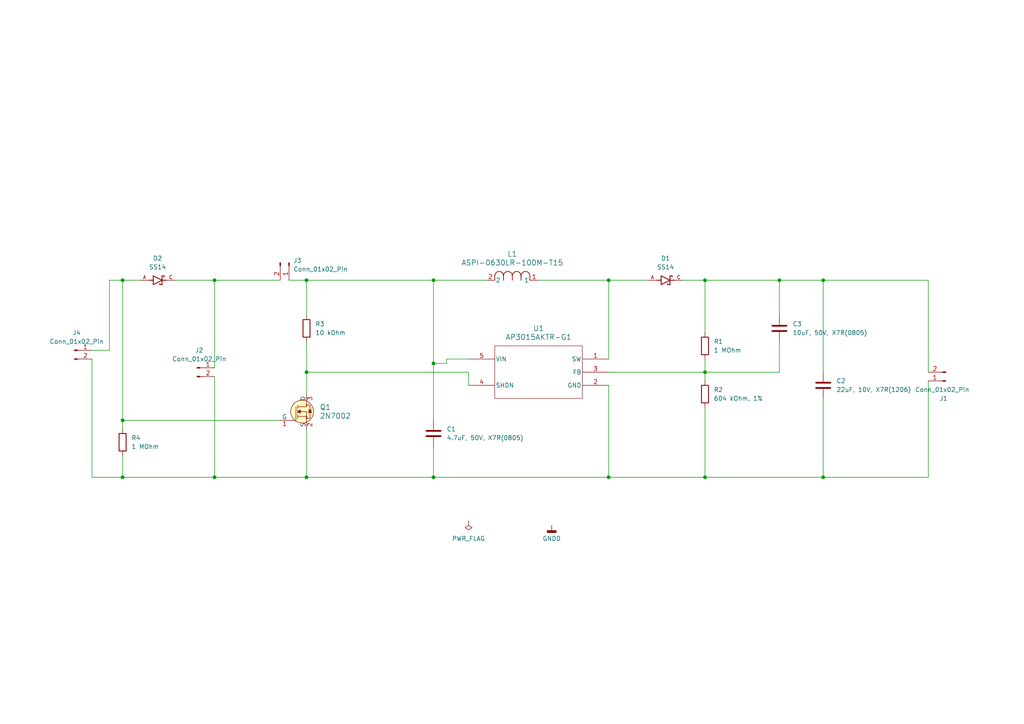
<source format=kicad_sch>
(kicad_sch (version 20250114) (generator "eeschema") (generator_version "9.0")
  (paper "A4")
  (title_block (title "Solar Power Supply") (date "2025-12-07") (rev "1") (comment 1 "Designed by Clemens Valens for Elektor") (comment 2 "https://www.elektormagazine.com/magazine/elektor-305/62009"))
  (lib_symbols
    (symbol "AP3015AKTR-G1:AP3015AKTR-G1" (pin_names (offset 0.254))
      (property "Reference" "U" (at 20.32 10.16 0))
      (property "Value" "AP3015AKTR-G1" (at 20.32 7.62 0))
      (symbol "AP3015AKTR-G1_0_1"
        (polyline (pts (xy 7.62 5.08) (xy 7.62 -10.16)) (stroke (width 0.127)))
        (polyline (pts (xy 7.62 -10.16) (xy 33.02 -10.16)) (stroke (width 0.127)))
        (polyline (pts (xy 33.02 5.08) (xy 7.62 5.08)) (stroke (width 0.127)))
        (polyline (pts (xy 33.02 -10.16) (xy 33.02 5.08)) (stroke (width 0.127)))
        (pin unspecified line (at 0 1.27 0) (length 7.62) (name "VIN") (number "5"))
        (pin unspecified line (at 0 -6.35 0) (length 7.62) (name "SHDN") (number "4"))
        (pin unspecified line (at 40.64 1.27 180) (length 7.62) (name "SW") (number "1"))
        (pin unspecified line (at 40.64 -2.54 180) (length 7.62) (name "FB") (number "3"))
        (pin power_out line (at 40.64 -6.35 180) (length 7.62) (name "GND") (number "2"))
      )
    )
    (symbol "Connector:Conn_01x02_Pin" (pin_names (offset 1.016) (hide yes))
      (property "Reference" "J" (at 0 2.54 0))
      (property "Value" "Conn_01x02_Pin" (at 0 -5.08 0))
      (symbol "Conn_01x02_Pin_1_1"
        (rectangle (start 0.8636 0.127) (end 0 -0.127) (stroke (width 0.1524)) (fill (type outline)))
        (rectangle (start 0.8636 -2.413) (end 0 -2.667) (stroke (width 0.1524)) (fill (type outline)))
        (polyline (pts (xy 1.27 0) (xy 0.8636 0)) (stroke (width 0.1524)))
        (polyline (pts (xy 1.27 -2.54) (xy 0.8636 -2.54)) (stroke (width 0.1524)))
        (pin passive line (at 5.08 0 180) (length 3.81) (name "Pin_1") (number "1"))
        (pin passive line (at 5.08 -2.54 180) (length 3.81) (name "Pin_2") (number "2"))
      )
    )
    (symbol "Device:C" (pin_numbers (hide yes)) (pin_names (offset 0.254))
      (property "Reference" "C" (at 0.635 2.54 0))
      (property "Value" "C" (at 0.635 -2.54 0))
      (symbol "C_0_1"
        (polyline (pts (xy -2.032 0.762) (xy 2.032 0.762)) (stroke (width 0.508)))
        (polyline (pts (xy -2.032 -0.762) (xy 2.032 -0.762)) (stroke (width 0.508)))
      )
      (symbol "C_1_1"
        (pin passive line (at 0 3.81 270) (length 2.794) (name "~") (number "1"))
        (pin passive line (at 0 -3.81 90) (length 2.794) (name "~") (number "2"))
      )
    )
    (symbol "Device:R" (pin_numbers (hide yes)) (pin_names (offset 0))
      (property "Reference" "R" (at 2.032 0 90))
      (property "Value" "R" (at 0 0 90))
      (symbol "R_0_1"
        (rectangle (start -1.016 -2.54) (end 1.016 2.54) (stroke (width 0.254)))
      )
      (symbol "R_1_1"
        (pin passive line (at 0 3.81 270) (length 1.27) (name "~") (number "1"))
        (pin passive line (at 0 -3.81 90) (length 1.27) (name "~") (number "2"))
      )
    )
    (symbol "SS14:SS14" (pin_names (offset 1.016))
      (property "Reference" "D" (at -5.08 2.54 0))
      (property "Value" "SS14" (at -5.08 -3.81 0))
      (symbol "SS14_0_0"
        (polyline (pts (xy -2.54 0) (xy -1.27 0)) (stroke (width 0.254)))
        (polyline (pts (xy -1.27 1.27) (xy -1.27 0)) (stroke (width 0.254)))
        (polyline (pts (xy -1.27 0) (xy -1.27 -1.27)) (stroke (width 0.254)))
        (polyline (pts (xy -1.27 -1.27) (xy 1.27 0)) (stroke (width 0.254)))
        (polyline (pts (xy 0.635 -1.016) (xy 0.635 -1.27)) (stroke (width 0.254)))
        (polyline (pts (xy 1.27 1.27) (xy 1.27 0)) (stroke (width 0.254)))
        (polyline (pts (xy 1.27 0) (xy -1.27 1.27)) (stroke (width 0.254)))
        (polyline (pts (xy 1.27 0) (xy 1.27 -1.27)) (stroke (width 0.254)))
        (polyline (pts (xy 1.27 -1.27) (xy 0.635 -1.27)) (stroke (width 0.254)))
        (polyline (pts (xy 1.905 1.27) (xy 1.27 1.27)) (stroke (width 0.254)))
        (polyline (pts (xy 1.905 1.27) (xy 1.905 1.016)) (stroke (width 0.254)))
        (polyline (pts (xy 2.54 0) (xy 1.27 0)) (stroke (width 0.254)))
        (pin passive line (at -5.08 0 0) (length 2.54) (name "~") (number "A"))
        (pin passive line (at 5.08 0 180) (length 2.54) (name "~") (number "C"))
      )
    )
    (symbol "Schottky IND_ASPI-0630LR_ABR:ASPI-0630LR-100M-T15" (pin_names (offset 0.254))
      (property "Reference" "L" (at 6.985 5.08 0))
      (property "Value" "ASPI-0630LR-100M-T15" (at 6.985 -2.54 0))
      (symbol "ASPI-0630LR-100M-T15_1_1"
        (polyline (pts (xy 2.54 0) (xy 2.54 1.27)) (stroke (width 0.2032)))
        (arc (start 2.54 1.27) (mid 3.81 2.5344) (end 5.08 1.27) (stroke (width 0.2032)))
        (polyline (pts (xy 5.08 0) (xy 5.08 1.27)) (stroke (width 0.2032)))
        (arc (start 5.08 1.27) (mid 6.35 2.5344) (end 7.62 1.27) (stroke (width 0.2032)))
        (polyline (pts (xy 7.62 0) (xy 7.62 1.27)) (stroke (width 0.2032)))
        (arc (start 7.62 1.27) (mid 8.89 2.5344) (end 10.16 1.27) (stroke (width 0.2032)))
        (polyline (pts (xy 10.16 0) (xy 10.16 1.27)) (stroke (width 0.2032)))
        (arc (start 10.16 1.27) (mid 11.43 2.5344) (end 12.7 1.27) (stroke (width 0.2032)))
        (polyline (pts (xy 12.7 0) (xy 12.7 1.27)) (stroke (width 0.2032)))
        (pin unspecified line (at 0 0 0) (length 2.54) (name "2") (number "2"))
        (pin unspecified line (at 15.24 0 180) (length 2.54) (name "1") (number "1"))
      )
      (symbol "ASPI-0630LR-100M-T15_1_2"
        (arc (start -1.27 10.16) (mid -2.5344 11.43) (end -1.27 12.7) (stroke (width 0.2032)))
        (arc (start -1.27 7.62) (mid -2.5344 8.89) (end -1.27 10.16) (stroke (width 0.2032)))
        (arc (start -1.27 5.08) (mid -2.5344 6.35) (end -1.27 7.62) (stroke (width 0.2032)))
        (arc (start -1.27 2.54) (mid -2.5344 3.81) (end -1.27 5.08) (stroke (width 0.2032)))
        (polyline (pts (xy 0 12.7) (xy -1.27 12.7)) (stroke (width 0.2032)))
        (polyline (pts (xy 0 10.16) (xy -1.27 10.16)) (stroke (width 0.2032)))
        (polyline (pts (xy 0 7.62) (xy -1.27 7.62)) (stroke (width 0.2032)))
        (polyline (pts (xy 0 5.08) (xy -1.27 5.08)) (stroke (width 0.2032)))
        (polyline (pts (xy 0 2.54) (xy -1.27 2.54)) (stroke (width 0.2032)))
        (pin unspecified line (at 0 15.24 270) (length 2.54) (name "1") (number "1"))
        (pin unspecified line (at 0 0 90) (length 2.54) (name "2") (number "2"))
      )
    )
    (symbol "dk_Transistors-FETs-MOSFETs-Single:2N7002" (pin_names (offset 0))
      (property "Reference" "Q" (at -2.6924 3.6322 0))
      (property "Value" "2N7002" (at 3.4544 0 90))
      (symbol "2N7002_0_1"
        (polyline (pts (xy -5.08 -2.54) (xy -3.048 -2.54) (xy -3.048 1.397)))
        (circle (center -1.27 0) (radius 3.302) (fill (type background)))
        (polyline (pts (xy -0.127 -1.905) (xy 1.016 -1.905) (xy 1.016 1.397) (xy 1.016 1.905) (xy -0.127 1.905)))
        (polyline (pts (xy 0 2.54) (xy 0 1.397) (xy -2.54 1.397)))
        (circle (center 0 1.905) (radius 0.127))
        (polyline (pts (xy 0 -1.397) (xy -2.54 -1.397)))
        (circle (center 0 -1.397) (radius 0.127))
        (circle (center 0 -1.905) (radius 0.127))
        (polyline (pts (xy 0 -2.54) (xy 0 0) (xy -2.54 0)))
      )
      (symbol "2N7002_1_1"
        (polyline (pts (xy -2.54 1.905) (xy -2.54 0.889)))
        (polyline (pts (xy -2.54 0) (xy -2.54 0.508)))
        (polyline (pts (xy -2.54 0) (xy -2.54 -0.508)))
        (polyline (pts (xy -2.54 0) (xy -1.778 0.508) (xy -1.778 -0.508) (xy -2.54 0)) (fill (type outline)))
        (polyline (pts (xy -2.54 -1.397) (xy -2.54 -0.889)))
        (polyline (pts (xy -2.54 -1.397) (xy -2.54 -1.905)))
        (polyline (pts (xy 1.016 0.508) (xy 0.508 -0.254) (xy 1.524 -0.254) (xy 1.016 0.508)) (fill (type outline)))
        (polyline (pts (xy 1.524 0.508) (xy 0.508 0.508)))
        (pin bidirectional line (at -7.62 -2.54 0) (length 2.54) (name "G") (number "1"))
        (pin bidirectional line (at 0 5.08 270) (length 2.54) (name "D") (number "3"))
        (pin bidirectional line (at 0 -5.08 90) (length 2.54) (name "S") (number "2"))
      )
    )
    (symbol "power:GNDD" (power) (pin_numbers (hide yes)) (pin_names (offset 0) (hide yes))
      (property "Value" "GNDD" (at 0 -3.175 0))
      (symbol "GNDD_0_1"
        (rectangle (start -1.27 -1.524) (end 1.27 -2.032) (stroke (width 0.254)) (fill (type outline)))
        (polyline (pts (xy 0 0) (xy 0 -1.524)))
      )
      (symbol "GNDD_1_1"
        (pin power_in line (at 0 0 270) (length 0) (name "~") (number "1"))
      )
    )
    (symbol "power:PWR_FLAG" (power) (pin_numbers (hide yes)) (pin_names (offset 0) (hide yes))
      (property "Value" "PWR_FLAG" (at 0 3.81 0))
      (symbol "PWR_FLAG_0_0"
        (pin power_out line (at 0 0 90) (length 0) (name "~") (number "1"))
      )
      (symbol "PWR_FLAG_0_1"
        (polyline (pts (xy 0 0) (xy 0 1.27) (xy -1.016 1.905) (xy 0 2.54) (xy 1.016 1.905) (xy 0 1.27)))
      )
    )
  )
  (junction (at 238.76 138.43))
  (junction (at 62.23 81.28))
  (junction (at 125.73 138.43))
  (junction (at 88.9 138.43))
  (junction (at 35.56 138.43))
  (junction (at 88.9 81.28))
  (junction (at 176.53 138.43))
  (junction (at 238.76 81.28))
  (junction (at 35.56 121.92))
  (junction (at 204.47 107.95))
  (junction (at 226.06 81.28))
  (junction (at 125.73 81.28))
  (junction (at 125.73 105.41))
  (junction (at 88.9 107.95))
  (junction (at 204.47 138.43))
  (junction (at 62.23 138.43))
  (junction (at 176.53 81.28))
  (junction (at 35.56 81.28))
  (junction (at 204.47 81.28))
  (wire (pts (xy 125.73 105.41) (xy 125.73 121.92)))
  (wire (pts (xy 88.9 81.28) (xy 125.73 81.28)))
  (wire (pts (xy 238.76 115.57) (xy 238.76 138.43)))
  (wire (pts (xy 129.54 104.14) (xy 129.54 105.41)))
  (wire (pts (xy 269.24 107.95) (xy 269.24 81.28)))
  (wire (pts (xy 83.82 81.28) (xy 88.9 81.28)))
  (wire (pts (xy 204.47 138.43) (xy 176.53 138.43)))
  (wire (pts (xy 125.73 81.28) (xy 140.97 81.28)))
  (wire (pts (xy 31.75 81.28) (xy 35.56 81.28)))
  (wire (pts (xy 31.75 101.6) (xy 31.75 81.28)))
  (wire (pts (xy 269.24 81.28) (xy 238.76 81.28)))
  (wire (pts (xy 62.23 138.43) (xy 88.9 138.43)))
  (wire (pts (xy 125.73 105.41) (xy 129.54 105.41)))
  (wire (pts (xy 26.67 138.43) (xy 35.56 138.43)))
  (wire (pts (xy 135.89 107.95) (xy 135.89 111.76)))
  (wire (pts (xy 35.56 81.28) (xy 35.56 121.92)))
  (wire (pts (xy 88.9 107.95) (xy 135.89 107.95)))
  (wire (pts (xy 176.53 111.76) (xy 176.53 138.43)))
  (wire (pts (xy 204.47 118.11) (xy 204.47 138.43)))
  (wire (pts (xy 226.06 91.44) (xy 226.06 81.28)))
  (wire (pts (xy 35.56 138.43) (xy 62.23 138.43)))
  (wire (pts (xy 269.24 138.43) (xy 238.76 138.43)))
  (wire (pts (xy 204.47 104.14) (xy 204.47 107.95)))
  (wire (pts (xy 88.9 99.06) (xy 88.9 107.95)))
  (wire (pts (xy 135.89 104.14) (xy 129.54 104.14)))
  (wire (pts (xy 62.23 109.22) (xy 62.23 138.43)))
  (wire (pts (xy 35.56 121.92) (xy 81.28 121.92)))
  (wire (pts (xy 35.56 81.28) (xy 40.64 81.28)))
  (wire (pts (xy 204.47 96.52) (xy 204.47 81.28)))
  (wire (pts (xy 204.47 81.28) (xy 198.12 81.28)))
  (wire (pts (xy 125.73 129.54) (xy 125.73 138.43)))
  (wire (pts (xy 62.23 81.28) (xy 81.28 81.28)))
  (wire (pts (xy 176.53 138.43) (xy 125.73 138.43)))
  (wire (pts (xy 204.47 107.95) (xy 176.53 107.95)))
  (wire (pts (xy 35.56 121.92) (xy 35.56 124.46)))
  (wire (pts (xy 35.56 132.08) (xy 35.56 138.43)))
  (wire (pts (xy 125.73 81.28) (xy 125.73 105.41)))
  (wire (pts (xy 238.76 81.28) (xy 238.76 107.95)))
  (wire (pts (xy 176.53 81.28) (xy 187.96 81.28)))
  (wire (pts (xy 125.73 138.43) (xy 88.9 138.43)))
  (wire (pts (xy 226.06 81.28) (xy 204.47 81.28)))
  (wire (pts (xy 50.8 81.28) (xy 62.23 81.28)))
  (wire (pts (xy 88.9 107.95) (xy 88.9 114.3)))
  (wire (pts (xy 26.67 101.6) (xy 31.75 101.6)))
  (wire (pts (xy 26.67 104.14) (xy 26.67 138.43)))
  (wire (pts (xy 226.06 107.95) (xy 204.47 107.95)))
  (wire (pts (xy 204.47 107.95) (xy 204.47 110.49)))
  (wire (pts (xy 88.9 81.28) (xy 88.9 91.44)))
  (wire (pts (xy 269.24 110.49) (xy 269.24 138.43)))
  (wire (pts (xy 226.06 99.06) (xy 226.06 107.95)))
  (wire (pts (xy 176.53 104.14) (xy 176.53 81.28)))
  (wire (pts (xy 238.76 138.43) (xy 204.47 138.43)))
  (wire (pts (xy 62.23 81.28) (xy 62.23 106.68)))
  (wire (pts (xy 88.9 138.43) (xy 88.9 124.46)))
  (wire (pts (xy 238.76 81.28) (xy 226.06 81.28)))
  (wire (pts (xy 176.53 81.28) (xy 156.21 81.28)))
  (symbol (lib_id "Connector:Conn_01x02_Pin") (at 83.82 76.2 270) (unit 1)
    (property "Reference" "J3" (at 85.09 75.5649 90) (effects (justify left)))
    (property "Value" "Conn_01x02_Pin" (at 85.09 78.1049 90) (effects (justify left)))
    (property "Footprint" "Connector_PinHeader_2.54mm:PinHeader_1x02_P2.54mm_Vertical" (effects (hide yes)))
    (property "Description" "Generic connector, single row, 01x02, script generated" (effects (hide yes)))
  )
  (symbol (lib_id "Connector:Conn_01x02_Pin") (at 21.59 101.6 0) (unit 1)
    (property "Reference" "J4" (at 22.225 96.52 0))
    (property "Value" "Conn_01x02_Pin" (at 22.225 99.06 0))
    (property "Footprint" "Connector_PinHeader_2.54mm:PinHeader_1x02_P2.54mm_Horizontal" (effects (hide yes)))
    (property "Description" "Generic connector, single row, 01x02, script generated" (effects (hide yes)))
  )
  (symbol (lib_id "SS14:SS14") (at 45.72 81.28 0) (unit 1)
    (property "Reference" "D2" (at 45.72 74.93 0))
    (property "Value" "SS14" (at 45.72 77.47 0))
    (property "Footprint" "SS14:DIOM4325X250N" (effects (hide yes)))
    (property "MF" "Taiwan Semiconductor" (effects (hide yes)))
    (property "MAXIMUM_PACKAGE_HEIGHT" "2.5 mm" (effects (hide yes)))
    (property "Package" "SMA-2 Taiwan Semiconductor" (effects (hide yes)))
    (property "Price" "None" (effects (hide yes)))
    (property "Check_prices" "https://www.snapeda.com/parts/SS14/taiwan/view-part/?ref=eda" (effects (hide yes)))
    (property "STANDARD" "IPC-7351B" (effects (hide yes)))
    (property "PARTREV" "O2102" (effects (hide yes)))
    (property "SnapEDA_Link" "https://www.snapeda.com/parts/SS14/taiwan/view-part/?ref=snap" (effects (hide yes)))
    (property "MP" "SS14" (effects (hide yes)))
    (property "Description_1" "1A, 40V, Schottky Rectifier" (effects (hide yes)))
    (property "Availability" "In Stock" (effects (hide yes)))
    (property "MANUFACTURER" "Taiwan Semiconductor" (effects (hide yes)))
  )
  (symbol (lib_id "power:PWR_FLAG") (at 135.89 151.13 180) (unit 1)
    (property "Reference" "#FLG01" (effects (hide yes)))
    (property "Value" "PWR_FLAG" (at 135.89 156.21 0))
    (property "Description" "Special symbol for telling ERC where power comes from" (effects (hide yes)))
  )
  (symbol (lib_id "Device:C") (at 226.06 95.25 0) (unit 1)
    (property "Reference" "C3" (at 229.87 93.9799 0) (effects (justify left)))
    (property "Value" "10uF, 50V, X7R(0805)" (at 229.87 96.5199 0) (effects (justify left)))
    (property "Footprint" "Capacitor_SMD:C_0805_2012Metric" (effects (hide yes)))
    (property "Description" "Unpolarized capacitor" (effects (hide yes)))
  )
  (symbol (lib_id "Device:R") (at 88.9 95.25 0) (unit 1)
    (property "Reference" "R3" (at 91.44 93.9799 0) (effects (justify left)))
    (property "Value" "10 kOhm" (at 91.44 96.5199 0) (effects (justify left)))
    (property "Footprint" "Resistor_SMD:R_0805_2012Metric" (effects (hide yes)))
    (property "Description" "Resistor" (effects (hide yes)))
  )
  (symbol (lib_id "power:GNDD") (at 160.02 152.4 0) (unit 1)
    (property "Reference" "#PWR01" (effects (hide yes)))
    (property "Value" "GNDD" (at 160.02 156.21 0))
    (property "Description" "Power symbol creates a global label with name \"GNDD\" , digital ground" (effects (hide yes)))
  )
  (symbol (lib_id "Device:C") (at 238.76 111.76 0) (unit 1)
    (property "Reference" "C2" (at 242.57 110.4899 0) (effects (justify left)))
    (property "Value" "22uF, 10V, X7R(1206)" (at 242.57 113.0299 0) (effects (justify left)))
    (property "Footprint" "Capacitor_SMD:C_1206_3216Metric" (effects (hide yes)))
    (property "Description" "Unpolarized capacitor" (effects (hide yes)))
  )
  (symbol (lib_id "Device:C") (at 125.73 125.73 0) (unit 1)
    (property "Reference" "C1" (at 129.54 124.4599 0) (effects (justify left)))
    (property "Value" "4.7uF, 50V, X7R(0805)" (at 129.54 126.9999 0) (effects (justify left)))
    (property "Footprint" "Capacitor_SMD:C_0805_2012Metric" (effects (hide yes)))
    (property "Description" "Unpolarized capacitor" (effects (hide yes)))
  )
  (symbol (lib_id "Connector:Conn_01x02_Pin") (at 274.32 110.49 180) (unit 1)
    (property "Reference" "J1" (at 273.685 115.57 0))
    (property "Value" "Conn_01x02_Pin" (at 273.304 113.03 0))
    (property "Footprint" "Connector_PinHeader_2.54mm:PinHeader_1x02_P2.54mm_Vertical" (effects (hide yes)))
    (property "Description" "Generic connector, single row, 01x02, script generated" (effects (hide yes)))
  )
  (symbol (lib_id "Device:R") (at 204.47 100.33 0) (unit 1)
    (property "Reference" "R1" (at 207.01 99.0599 0) (effects (justify left)))
    (property "Value" "1 MOhm" (at 207.01 101.5999 0) (effects (justify left)))
    (property "Footprint" "Resistor_SMD:R_0805_2012Metric" (effects (hide yes)))
    (property "Description" "Resistor" (effects (hide yes)))
  )
  (symbol (lib_id "SS14:SS14") (at 193.04 81.28 0) (unit 1)
    (property "Reference" "D1" (at 193.04 74.93 0))
    (property "Value" "SS14" (at 193.04 77.47 0))
    (property "Footprint" "SS14:DIOM4325X250N" (effects (hide yes)))
    (property "MF" "Taiwan Semiconductor" (effects (hide yes)))
    (property "MAXIMUM_PACKAGE_HEIGHT" "2.5 mm" (effects (hide yes)))
    (property "Package" "SMA-2 Taiwan Semiconductor" (effects (hide yes)))
    (property "Price" "None" (effects (hide yes)))
    (property "Check_prices" "https://www.snapeda.com/parts/SS14/taiwan/view-part/?ref=eda" (effects (hide yes)))
    (property "STANDARD" "IPC-7351B" (effects (hide yes)))
    (property "PARTREV" "O2102" (effects (hide yes)))
    (property "SnapEDA_Link" "https://www.snapeda.com/parts/SS14/taiwan/view-part/?ref=snap" (effects (hide yes)))
    (property "MP" "SS14" (effects (hide yes)))
    (property "Description_1" "1A, 40V, Schottky Rectifier" (effects (hide yes)))
    (property "Availability" "In Stock" (effects (hide yes)))
    (property "MANUFACTURER" "Taiwan Semiconductor" (effects (hide yes)))
  )
  (symbol (lib_id "dk_Transistors-FETs-MOSFETs-Single:2N7002") (at 88.9 119.38 0) (unit 1)
    (property "Reference" "Q1" (at 92.71 118.1099 0) (effects (font (size 1.524 1.524)) (justify left)))
    (property "Value" "2N7002" (at 92.71 120.6499 0) (effects (font (size 1.524 1.524)) (justify left)))
    (property "Footprint" "digikey-footprints:SOT-23-3" (effects (hide yes)))
    (property "Datasheet" "https://www.onsemi.com/pub/Collateral/NDS7002A-D.PDF" (effects (hide yes)))
    (property "Description" "MOSFET N-CH 60V 115MA SOT-23" (effects (hide yes)))
    (property "Digi-Key_PN" "2N7002NCT-ND" (effects (hide yes)))
    (property "MPN" "2N7002" (effects (hide yes)))
    (property "Category" "Discrete Semiconductor Products" (effects (hide yes)))
    (property "Family" "Transistors - FETs, MOSFETs - Single" (effects (hide yes)))
    (property "DK_Datasheet_Link" "https://www.onsemi.com/pub/Collateral/NDS7002A-D.PDF" (effects (hide yes)))
    (property "DK_Detail_Page" "/product-detail/en/on-semiconductor/2N7002/2N7002NCT-ND/244664" (effects (hide yes)))
    (property "Description_1" "MOSFET N-CH 60V 115MA SOT-23" (effects (hide yes)))
    (property "Manufacturer" "ON Semiconductor" (effects (hide yes)))
    (property "Status" "Active" (effects (hide yes)))
  )
  (symbol (lib_id "Connector:Conn_01x02_Pin") (at 57.15 106.68 0) (unit 1)
    (property "Reference" "J2" (at 57.785 101.6 0))
    (property "Value" "Conn_01x02_Pin" (at 57.785 104.14 0))
    (property "Footprint" "Connector_PinHeader_2.54mm:PinHeader_1x02_P2.54mm_Vertical" (effects (hide yes)))
    (property "Description" "Generic connector, single row, 01x02, script generated" (effects (hide yes)))
  )
  (symbol (lib_id "Schottky IND_ASPI-0630LR_ABR:ASPI-0630LR-100M-T15") (at 140.97 81.28 0) (unit 1)
    (property "Reference" "L1" (at 148.59 73.66 0) (effects (font (size 1.524 1.524))))
    (property "Value" "ASPI-0630LR-100M-T15" (at 148.59 76.2 0) (effects (font (size 1.524 1.524))))
    (property "Footprint" "ul_ASPI-0630LR-100M-T15:IND_ASPI-0630LR_ABR" (effects (hide yes)))
    (property "Datasheet" "ASPI-0630LR-100M-T15" (effects (hide yes)))
  )
  (symbol (lib_id "Device:R") (at 204.47 114.3 0) (unit 1)
    (property "Reference" "R2" (at 207.01 113.0299 0) (effects (justify left)))
    (property "Value" "604 kOhm, 1%" (at 207.01 115.5699 0) (effects (justify left)))
    (property "Footprint" "Resistor_SMD:R_0805_2012Metric" (effects (hide yes)))
    (property "Description" "Resistor" (effects (hide yes)))
  )
  (symbol (lib_id "AP3015AKTR-G1:AP3015AKTR-G1") (at 135.89 105.41 0) (unit 1)
    (property "Reference" "U1" (at 156.21 95.25 0) (effects (font (size 1.524 1.524))))
    (property "Value" "AP3015AKTR-G1" (at 156.21 97.79 0) (effects (font (size 1.524 1.524))))
    (property "Footprint" "SOT23-5_1P55X2P9_DIO" (effects (hide yes)))
    (property "Datasheet" "AP3015AKTR-G1" (effects (hide yes)))
  )
  (symbol (lib_id "Device:R") (at 35.56 128.27 0) (unit 1)
    (property "Reference" "R4" (at 38.1 126.9999 0) (effects (justify left)))
    (property "Value" "1 MOhm" (at 38.1 129.5399 0) (effects (justify left)))
    (property "Footprint" "Resistor_SMD:R_0805_2012Metric" (effects (hide yes)))
    (property "Description" "Resistor" (effects (hide yes)))
  )
)
</source>
